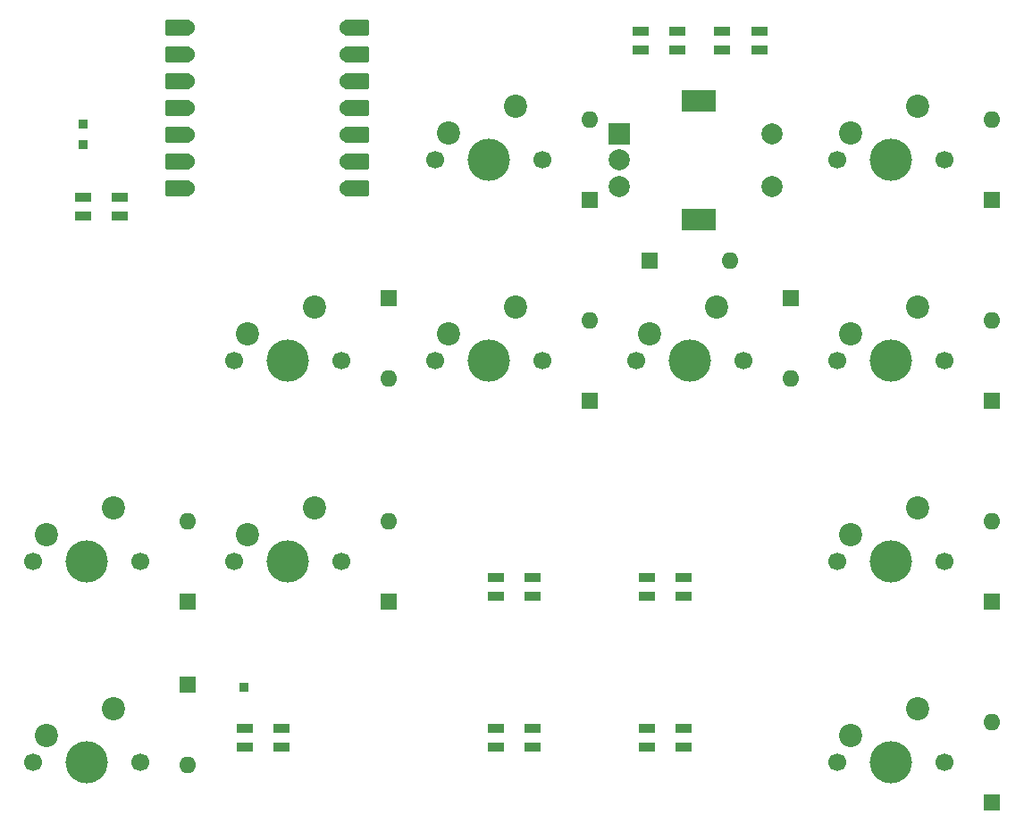
<source format=gbr>
%TF.GenerationSoftware,KiCad,Pcbnew,8.99.0-3401-ge9e4e7a3ff*%
%TF.CreationDate,2025-02-25T13:13:07+01:00*%
%TF.ProjectId,hackpad,6861636b-7061-4642-9e6b-696361645f70,rev?*%
%TF.SameCoordinates,Original*%
%TF.FileFunction,Soldermask,Top*%
%TF.FilePolarity,Negative*%
%FSLAX46Y46*%
G04 Gerber Fmt 4.6, Leading zero omitted, Abs format (unit mm)*
G04 Created by KiCad (PCBNEW 8.99.0-3401-ge9e4e7a3ff) date 2025-02-25 13:13:07*
%MOMM*%
%LPD*%
G01*
G04 APERTURE LIST*
G04 Aperture macros list*
%AMRoundRect*
0 Rectangle with rounded corners*
0 $1 Rounding radius*
0 $2 $3 $4 $5 $6 $7 $8 $9 X,Y pos of 4 corners*
0 Add a 4 corners polygon primitive as box body*
4,1,4,$2,$3,$4,$5,$6,$7,$8,$9,$2,$3,0*
0 Add four circle primitives for the rounded corners*
1,1,$1+$1,$2,$3*
1,1,$1+$1,$4,$5*
1,1,$1+$1,$6,$7*
1,1,$1+$1,$8,$9*
0 Add four rect primitives between the rounded corners*
20,1,$1+$1,$2,$3,$4,$5,0*
20,1,$1+$1,$4,$5,$6,$7,0*
20,1,$1+$1,$6,$7,$8,$9,0*
20,1,$1+$1,$8,$9,$2,$3,0*%
G04 Aperture macros list end*
%ADD10C,1.700000*%
%ADD11C,4.000000*%
%ADD12C,2.200000*%
%ADD13R,0.850000X0.850000*%
%ADD14R,1.600000X1.600000*%
%ADD15O,1.600000X1.600000*%
%ADD16R,1.600000X0.850000*%
%ADD17RoundRect,0.152400X1.063600X0.609600X-1.063600X0.609600X-1.063600X-0.609600X1.063600X-0.609600X0*%
%ADD18C,1.524000*%
%ADD19RoundRect,0.152400X-1.063600X-0.609600X1.063600X-0.609600X1.063600X0.609600X-1.063600X0.609600X0*%
%ADD20R,2.000000X2.000000*%
%ADD21C,2.000000*%
%ADD22R,3.200000X2.000000*%
G04 APERTURE END LIST*
D10*
%TO.C,SW2*%
X113823750Y-64611250D03*
D11*
X118903750Y-64611250D03*
D10*
X123983750Y-64611250D03*
D12*
X121443750Y-59531250D03*
X115093750Y-62071250D03*
%TD*%
D13*
%TO.C,J3*%
X42303750Y-44111250D03*
%TD*%
D14*
%TO.C,D12*%
X52228726Y-95329404D03*
D15*
X52228726Y-102949404D03*
%TD*%
D10*
%TO.C,SW5*%
X75723750Y-45561250D03*
D11*
X80803750Y-45561250D03*
D10*
X85883750Y-45561250D03*
D12*
X83343750Y-40481250D03*
X76993750Y-43021250D03*
%TD*%
D16*
%TO.C,D20*%
X57622482Y-99455030D03*
X57622482Y-101205030D03*
X61122482Y-101205030D03*
X61122482Y-99455030D03*
%TD*%
D14*
%TO.C,D10*%
X71278742Y-87471266D03*
D15*
X71278742Y-79851266D03*
%TD*%
D13*
%TO.C,J2*%
X57586543Y-95567526D03*
%TD*%
%TO.C,J1*%
X42303750Y-42111250D03*
%TD*%
D16*
%TO.C,D15*%
X95127201Y-33375287D03*
X95127201Y-35125287D03*
X98627201Y-35125287D03*
X98627201Y-33375287D03*
%TD*%
%TO.C,D17*%
X81435002Y-85167518D03*
X81435002Y-86917518D03*
X84935002Y-86917518D03*
X84935002Y-85167518D03*
%TD*%
D10*
%TO.C,SW11*%
X37623750Y-83661250D03*
D11*
X42703750Y-83661250D03*
D10*
X47783750Y-83661250D03*
D12*
X45243750Y-78581250D03*
X38893750Y-81121250D03*
%TD*%
D16*
%TO.C,D19*%
X81435002Y-99455030D03*
X81435002Y-101205030D03*
X84935002Y-101205030D03*
X84935002Y-99455030D03*
%TD*%
D10*
%TO.C,SW7*%
X94773750Y-64611250D03*
D11*
X99853750Y-64611250D03*
D10*
X104933750Y-64611250D03*
D12*
X102393750Y-59531250D03*
X96043750Y-62071250D03*
%TD*%
D10*
%TO.C,SW10*%
X56673750Y-83661250D03*
D11*
X61753750Y-83661250D03*
D10*
X66833750Y-83661250D03*
D12*
X64293750Y-78581250D03*
X57943750Y-81121250D03*
%TD*%
D16*
%TO.C,D18*%
X95722514Y-99455030D03*
X95722514Y-101205030D03*
X99222514Y-101205030D03*
X99222514Y-99455030D03*
%TD*%
%TO.C,D16*%
X95722514Y-85167518D03*
X95722514Y-86917518D03*
X99222514Y-86917518D03*
X99222514Y-85167518D03*
%TD*%
D17*
%TO.C,U1*%
X51295000Y-33011250D03*
D18*
X52130000Y-33011250D03*
D17*
X51295000Y-35551250D03*
D18*
X52130000Y-35551250D03*
D17*
X51295000Y-38091250D03*
D18*
X52130000Y-38091250D03*
D17*
X51295000Y-40631250D03*
D18*
X52130000Y-40631250D03*
D17*
X51295000Y-43171250D03*
D18*
X52130000Y-43171250D03*
D17*
X51295000Y-45711250D03*
D18*
X52130000Y-45711250D03*
D17*
X51295000Y-48251250D03*
D18*
X52130000Y-48251250D03*
X67370000Y-48251250D03*
D19*
X68205000Y-48251250D03*
D18*
X67370000Y-45711250D03*
D19*
X68205000Y-45711250D03*
D18*
X67370000Y-43171250D03*
D19*
X68205000Y-43171250D03*
D18*
X67370000Y-40631250D03*
D19*
X68205000Y-40631250D03*
D18*
X67370000Y-38091250D03*
D19*
X68205000Y-38091250D03*
D18*
X67370000Y-35551250D03*
D19*
X68205000Y-35551250D03*
D18*
X67370000Y-33011250D03*
D19*
X68205000Y-33011250D03*
%TD*%
D10*
%TO.C,SW8*%
X75723750Y-64611250D03*
D11*
X80803750Y-64611250D03*
D10*
X85883750Y-64611250D03*
D12*
X83343750Y-59531250D03*
X76993750Y-62071250D03*
%TD*%
D16*
%TO.C,D13*%
X42303750Y-49111250D03*
X42303750Y-50861250D03*
X45803750Y-50861250D03*
X45803750Y-49111250D03*
%TD*%
D20*
%TO.C,SW3*%
X93153750Y-43061250D03*
D21*
X93153750Y-48061250D03*
X93153750Y-45561250D03*
D22*
X100653750Y-39961250D03*
X100653750Y-51161250D03*
D21*
X107653750Y-48061250D03*
X107653750Y-43061250D03*
%TD*%
D14*
%TO.C,D11*%
X52228726Y-87471266D03*
D15*
X52228726Y-79851266D03*
%TD*%
D10*
%TO.C,SW12*%
X37623750Y-102711250D03*
D11*
X42703750Y-102711250D03*
D10*
X47783750Y-102711250D03*
D12*
X45243750Y-97631250D03*
X38893750Y-100171250D03*
%TD*%
D10*
%TO.C,SW9*%
X56673750Y-64611250D03*
D11*
X61753750Y-64611250D03*
D10*
X66833750Y-64611250D03*
D12*
X64293750Y-59531250D03*
X57943750Y-62071250D03*
%TD*%
D10*
%TO.C,SW1*%
X113823750Y-45561250D03*
D11*
X118903750Y-45561250D03*
D10*
X123983750Y-45561250D03*
D12*
X121443750Y-40481250D03*
X115093750Y-43021250D03*
%TD*%
D16*
%TO.C,D14*%
X102902209Y-33375287D03*
X102902209Y-35125287D03*
X106402209Y-35125287D03*
X106402209Y-33375287D03*
%TD*%
D10*
%TO.C,SW6*%
X113820000Y-83642500D03*
D11*
X118900000Y-83642500D03*
D10*
X123980000Y-83642500D03*
D12*
X121440000Y-78562500D03*
X115090000Y-81102500D03*
%TD*%
D10*
%TO.C,SW4*%
X113820000Y-102692500D03*
D11*
X118900000Y-102692500D03*
D10*
X123980000Y-102692500D03*
D12*
X121440000Y-97612500D03*
X115090000Y-100152500D03*
%TD*%
D14*
%TO.C,D5*%
X90328758Y-49371234D03*
D15*
X90328758Y-41751234D03*
%TD*%
D14*
%TO.C,D6*%
X96043766Y-55086242D03*
D15*
X103663766Y-55086242D03*
%TD*%
D14*
%TO.C,D2*%
X128428790Y-68421250D03*
D15*
X128428790Y-60801250D03*
%TD*%
D14*
%TO.C,D7*%
X109378774Y-58658120D03*
D15*
X109378774Y-66278120D03*
%TD*%
D14*
%TO.C,D8*%
X90328758Y-68421250D03*
D15*
X90328758Y-60801250D03*
%TD*%
D14*
%TO.C,D4*%
X128428790Y-106521282D03*
D15*
X128428790Y-98901282D03*
%TD*%
D14*
%TO.C,D1*%
X128428790Y-49371234D03*
D15*
X128428790Y-41751234D03*
%TD*%
D14*
%TO.C,D9*%
X71278742Y-58658120D03*
D15*
X71278742Y-66278120D03*
%TD*%
D14*
%TO.C,D3*%
X128428790Y-87471266D03*
D15*
X128428790Y-79851266D03*
%TD*%
M02*

</source>
